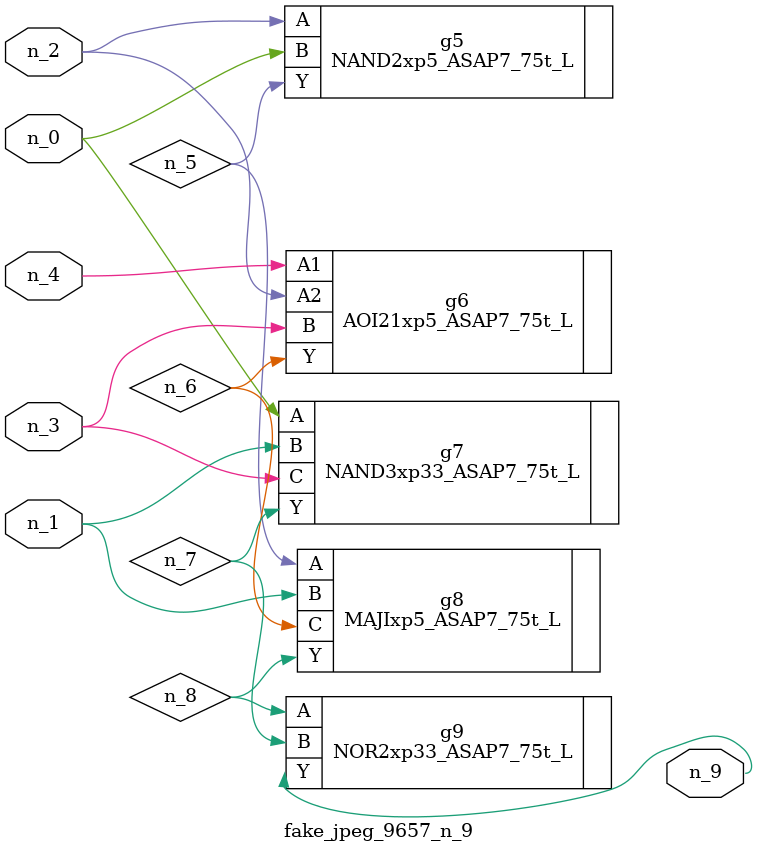
<source format=v>
module fake_jpeg_9657_n_9 (n_3, n_2, n_1, n_0, n_4, n_9);

input n_3;
input n_2;
input n_1;
input n_0;
input n_4;

output n_9;

wire n_8;
wire n_6;
wire n_5;
wire n_7;

NAND2xp5_ASAP7_75t_L g5 ( 
.A(n_2),
.B(n_0),
.Y(n_5)
);

AOI21xp5_ASAP7_75t_L g6 ( 
.A1(n_4),
.A2(n_2),
.B(n_3),
.Y(n_6)
);

NAND3xp33_ASAP7_75t_L g7 ( 
.A(n_0),
.B(n_1),
.C(n_3),
.Y(n_7)
);

MAJIxp5_ASAP7_75t_L g8 ( 
.A(n_5),
.B(n_1),
.C(n_6),
.Y(n_8)
);

NOR2xp33_ASAP7_75t_L g9 ( 
.A(n_8),
.B(n_7),
.Y(n_9)
);


endmodule
</source>
